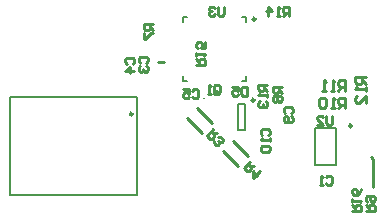
<source format=gbo>
G04*
G04 #@! TF.GenerationSoftware,Altium Limited,Altium Designer,20.1.14 (287)*
G04*
G04 Layer_Color=32896*
%FSLAX25Y25*%
%MOIN*%
G70*
G04*
G04 #@! TF.SameCoordinates,3A9065B2-305A-42DB-86BC-D4C8425A37C0*
G04*
G04*
G04 #@! TF.FilePolarity,Positive*
G04*
G01*
G75*
%ADD10C,0.00394*%
%ADD11C,0.00984*%
%ADD12C,0.00787*%
%ADD14C,0.01000*%
D10*
X37464Y63576D02*
G03*
X37464Y63576I-197J0D01*
G01*
D11*
X54576Y89972D02*
G03*
X54576Y89972I-492J0D01*
G01*
X86658Y54361D02*
G03*
X86658Y54361I-492J0D01*
G01*
X54214Y62980D02*
G03*
X54214Y62980I-492J0D01*
G01*
X13527Y58325D02*
G03*
X13527Y58325I-449J0D01*
G01*
D12*
X30265Y90562D02*
X31840D01*
X30265Y88987D02*
Y90562D01*
Y69302D02*
X31840D01*
X30265D02*
Y70877D01*
X49950Y69302D02*
X51525D01*
Y70877D01*
X49950Y90562D02*
X51525D01*
Y88987D02*
Y90562D01*
X81442Y41467D02*
Y53672D01*
X74355Y41467D02*
Y53672D01*
X81442D01*
X74355Y41467D02*
X81442D01*
X48801Y61798D02*
X51163D01*
X48801Y53137D02*
X51163D01*
Y61798D01*
X48801Y53137D02*
Y61798D01*
X-27178Y31406D02*
Y63887D01*
Y31406D02*
X15145Y31406D01*
Y63887D01*
X-27178Y63887D02*
X15145Y63887D01*
D14*
X93053Y44078D02*
X93846Y43285D01*
Y33898D02*
Y43285D01*
X21906Y75629D02*
X23906D01*
X43700Y45853D02*
X48711Y40842D01*
X47040Y49194D02*
X52051Y44183D01*
X31818Y56871D02*
X36829Y51860D01*
X35159Y60211D02*
X40170Y55200D01*
X63328Y67480D02*
X60329D01*
Y65980D01*
X60829Y65481D01*
X61829D01*
X62329Y65980D01*
Y67480D01*
Y66480D02*
X63328Y65481D01*
X60829Y64481D02*
X60329Y63981D01*
Y62981D01*
X60829Y62481D01*
X61329D01*
X61829Y62981D01*
X62329Y62481D01*
X62829D01*
X63328Y62981D01*
Y63981D01*
X62829Y64481D01*
X62329D01*
X61829Y63981D01*
X61329Y64481D01*
X60829D01*
X61829Y63981D02*
Y62981D01*
X65548Y91068D02*
Y94067D01*
X64048D01*
X63548Y93567D01*
Y92567D01*
X64048Y92067D01*
X65548D01*
X64548D02*
X63548Y91068D01*
X62549D02*
X61549D01*
X62049D01*
Y94067D01*
X62549Y93567D01*
X58550Y91068D02*
Y94067D01*
X60049Y92567D01*
X58050D01*
X58516Y68142D02*
X55517D01*
Y66643D01*
X56017Y66143D01*
X57017D01*
X57517Y66643D01*
Y68142D01*
Y67142D02*
X58516Y66143D01*
Y65143D02*
Y64143D01*
Y64643D01*
X55517D01*
X56017Y65143D01*
Y62644D02*
X55517Y62144D01*
Y61144D01*
X56017Y60645D01*
X56517D01*
X57017Y61144D01*
Y61644D01*
Y61144D01*
X57517Y60645D01*
X58017D01*
X58516Y61144D01*
Y62144D01*
X58017Y62644D01*
X86742Y25904D02*
X89741D01*
Y27403D01*
X89241Y27903D01*
X88242D01*
X87742Y27403D01*
Y25904D01*
Y26904D02*
X86742Y27903D01*
Y28903D02*
Y29902D01*
Y29403D01*
X89741D01*
X89241Y28903D01*
X89741Y33401D02*
X89241Y32402D01*
X88242Y31402D01*
X87242D01*
X86742Y31902D01*
Y32902D01*
X87242Y33401D01*
X87742D01*
X88242Y32902D01*
Y31402D01*
X34848Y74708D02*
X37847D01*
Y76208D01*
X37347Y76708D01*
X36348D01*
X35848Y76208D01*
Y74708D01*
Y75708D02*
X34848Y76708D01*
Y77707D02*
Y78707D01*
Y78207D01*
X37847D01*
X37347Y77707D01*
X37847Y82206D02*
Y80207D01*
X36348D01*
X36847Y81206D01*
Y81706D01*
X36348Y82206D01*
X35348D01*
X34848Y81706D01*
Y80706D01*
X35348Y80207D01*
X51800Y67344D02*
Y64345D01*
X50301D01*
X49801Y64845D01*
Y66844D01*
X50301Y67344D01*
X51800D01*
X46802D02*
X48801D01*
Y65845D01*
X47802Y66344D01*
X47302D01*
X46802Y65845D01*
Y64845D01*
X47302Y64345D01*
X48302D01*
X48801Y64845D01*
X43959Y94021D02*
Y91522D01*
X43459Y91022D01*
X42459D01*
X41959Y91522D01*
Y94021D01*
X40960Y93521D02*
X40460Y94021D01*
X39460D01*
X38960Y93521D01*
Y93022D01*
X39460Y92522D01*
X39960D01*
X39460D01*
X38960Y92022D01*
Y91522D01*
X39460Y91022D01*
X40460D01*
X40960Y91522D01*
X33504Y66010D02*
X34003Y66510D01*
X35003D01*
X35503Y66010D01*
Y64011D01*
X35003Y63511D01*
X34003D01*
X33504Y64011D01*
X30505Y66510D02*
X32504D01*
Y65010D01*
X31504Y65510D01*
X31005D01*
X30505Y65010D01*
Y64011D01*
X31005Y63511D01*
X32004D01*
X32504Y64011D01*
X91217Y26035D02*
X94216D01*
Y27534D01*
X93716Y28034D01*
X92716D01*
X92217Y27534D01*
Y26035D01*
Y27034D02*
X91217Y28034D01*
X91717Y29034D02*
X91217Y29534D01*
Y30533D01*
X91717Y31033D01*
X93716D01*
X94216Y30533D01*
Y29534D01*
X93716Y29034D01*
X93216D01*
X92716Y29534D01*
Y31033D01*
X20321Y88306D02*
X17322D01*
Y86806D01*
X17822Y86306D01*
X18822D01*
X19322Y86806D01*
Y88306D01*
Y87306D02*
X20321Y86306D01*
X17322Y85307D02*
Y83307D01*
X17822D01*
X19821Y85307D01*
X20321D01*
X80186Y57717D02*
Y55218D01*
X79686Y54718D01*
X78686D01*
X78187Y55218D01*
Y57717D01*
X75187Y54718D02*
X77187D01*
X75187Y56718D01*
Y57217D01*
X75687Y57717D01*
X76687D01*
X77187Y57217D01*
X91291Y70704D02*
X87792D01*
Y68955D01*
X88376Y68372D01*
X89542D01*
X90125Y68955D01*
Y70704D01*
Y69538D02*
X91291Y68372D01*
Y67206D02*
Y66039D01*
Y66622D01*
X87792D01*
X88376Y67206D01*
X91291Y61957D02*
Y64290D01*
X88959Y61957D01*
X88376D01*
X87792Y62540D01*
Y63707D01*
X88376Y64290D01*
X84328Y66170D02*
Y69669D01*
X82578D01*
X81995Y69086D01*
Y67919D01*
X82578Y67336D01*
X84328D01*
X83161D02*
X81995Y66170D01*
X80829D02*
X79662D01*
X80246D01*
Y69669D01*
X80829Y69086D01*
X77913Y66170D02*
X76747D01*
X77330D01*
Y69669D01*
X77913Y69086D01*
X84503Y60330D02*
Y63829D01*
X82754D01*
X82171Y63246D01*
Y62079D01*
X82754Y61496D01*
X84503D01*
X83337D02*
X82171Y60330D01*
X81004D02*
X79838D01*
X80421D01*
Y63829D01*
X81004Y63246D01*
X78088D02*
X77505Y63829D01*
X76339D01*
X75756Y63246D01*
Y60913D01*
X76339Y60330D01*
X77505D01*
X78088Y60913D01*
Y63246D01*
X52708Y42409D02*
X50587Y40288D01*
X51648Y39228D01*
X52355Y39228D01*
X53061Y39935D01*
X53061Y40641D01*
X52001Y41702D01*
X52708Y40995D02*
X54122Y40995D01*
X55889Y39228D02*
X53768Y37107D01*
X53768Y39228D01*
X55182Y37814D01*
X40391Y53275D02*
X38270Y51154D01*
X39330Y50094D01*
X40037Y50094D01*
X40744Y50801D01*
X40744Y51507D01*
X39684Y52568D01*
X40391Y51861D02*
X41805Y51861D01*
X40744Y49387D02*
Y48680D01*
X41451Y47973D01*
X42158Y47973D01*
X42511Y48326D01*
Y49033D01*
X42158Y49387D01*
X42511Y49033D01*
X43218Y49033D01*
X43572Y49387D01*
X43572Y50094D01*
X42865Y50801D01*
X42158D01*
X40602Y65520D02*
Y67520D01*
X41101Y68020D01*
X42101D01*
X42601Y67520D01*
Y65520D01*
X42101Y65021D01*
X41101D01*
X41601Y66020D02*
X40602Y65021D01*
X41101D02*
X40602Y65520D01*
X39602Y65021D02*
X38602D01*
X39102D01*
Y68020D01*
X39602Y67520D01*
X56746Y51286D02*
X56246Y51786D01*
Y52785D01*
X56746Y53285D01*
X58745D01*
X59245Y52785D01*
Y51786D01*
X58745Y51286D01*
X59245Y50286D02*
Y49286D01*
Y49786D01*
X56246D01*
X56746Y50286D01*
Y47787D02*
X56246Y47287D01*
Y46288D01*
X56746Y45788D01*
X58745D01*
X59245Y46288D01*
Y47287D01*
X58745Y47787D01*
X56746D01*
X64514Y58632D02*
X64014Y59132D01*
Y60131D01*
X64514Y60631D01*
X66513D01*
X67013Y60131D01*
Y59132D01*
X66513Y58632D01*
Y57632D02*
X67013Y57132D01*
Y56133D01*
X66513Y55633D01*
X64514D01*
X64014Y56133D01*
Y57132D01*
X64514Y57632D01*
X65014D01*
X65513Y57132D01*
Y55633D01*
X11546Y75136D02*
X11046Y75636D01*
Y76635D01*
X11546Y77135D01*
X13545D01*
X14045Y76635D01*
Y75636D01*
X13545Y75136D01*
X14045Y72637D02*
X11046D01*
X12546Y74136D01*
Y72137D01*
X16088Y75405D02*
X15588Y75905D01*
Y76905D01*
X16088Y77405D01*
X18088D01*
X18587Y76905D01*
Y75905D01*
X18088Y75405D01*
X16088Y74406D02*
X15588Y73906D01*
Y72906D01*
X16088Y72406D01*
X16588D01*
X17088Y72906D01*
Y73406D01*
Y72906D01*
X17588Y72406D01*
X18088D01*
X18587Y72906D01*
Y73906D01*
X18088Y74406D01*
X77948Y37207D02*
X78448Y37706D01*
X79448D01*
X79948Y37207D01*
Y35207D01*
X79448Y34707D01*
X78448D01*
X77948Y35207D01*
X76948Y34707D02*
X75949D01*
X76449D01*
Y37706D01*
X76948Y37207D01*
M02*

</source>
